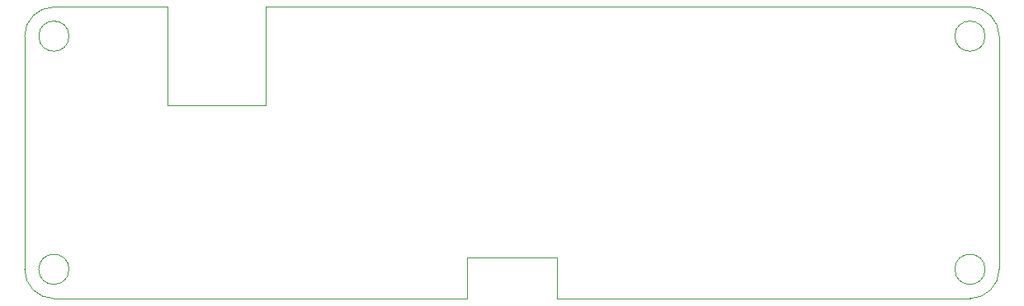
<source format=gbr>
G04 #@! TF.GenerationSoftware,KiCad,Pcbnew,(5.1.4)-1*
G04 #@! TF.CreationDate,2020-01-25T19:49:42-07:00*
G04 #@! TF.ProjectId,PCBV1,50434256-312e-46b6-9963-61645f706362,rev?*
G04 #@! TF.SameCoordinates,Original*
G04 #@! TF.FileFunction,Profile,NP*
%FSLAX46Y46*%
G04 Gerber Fmt 4.6, Leading zero omitted, Abs format (unit mm)*
G04 Created by KiCad (PCBNEW (5.1.4)-1) date 2020-01-25 19:49:42*
%MOMM*%
%LPD*%
G04 APERTURE LIST*
%ADD10C,0.050000*%
G04 APERTURE END LIST*
D10*
X104600000Y-80000000D02*
X147000000Y-80000000D01*
X95400000Y-80000000D02*
X53000000Y-80000000D01*
X95400000Y-75800000D02*
X95400000Y-80000000D01*
X104600000Y-75800000D02*
X95400000Y-75800000D01*
X104600000Y-80000000D02*
X104600000Y-75800000D01*
X74700000Y-50000000D02*
X147000000Y-50000000D01*
X64700000Y-50000000D02*
X53000000Y-50000000D01*
X64700000Y-60100000D02*
X64700000Y-50000000D01*
X74700000Y-60100000D02*
X64700000Y-60100000D01*
X74700000Y-50000000D02*
X74700000Y-60100000D01*
X54550000Y-53000000D02*
G75*
G03X54550000Y-53000000I-1550000J0D01*
G01*
X50000000Y-53000000D02*
G75*
G02X53000000Y-50000000I3000000J0D01*
G01*
X53000000Y-80000000D02*
G75*
G02X50000000Y-77000000I0J3000000D01*
G01*
X150000000Y-77000000D02*
G75*
G02X147000000Y-80000000I-3000000J0D01*
G01*
X54550000Y-77000000D02*
G75*
G03X54550000Y-77000000I-1550000J0D01*
G01*
X148550000Y-77000000D02*
G75*
G03X148550000Y-77000000I-1550000J0D01*
G01*
X148550000Y-53000000D02*
G75*
G03X148550000Y-53000000I-1550000J0D01*
G01*
X147000000Y-50000000D02*
G75*
G02X150000000Y-53000000I0J-3000000D01*
G01*
X50000000Y-53000000D02*
X50000000Y-77000000D01*
X150000000Y-53000000D02*
X150000000Y-77000000D01*
M02*

</source>
